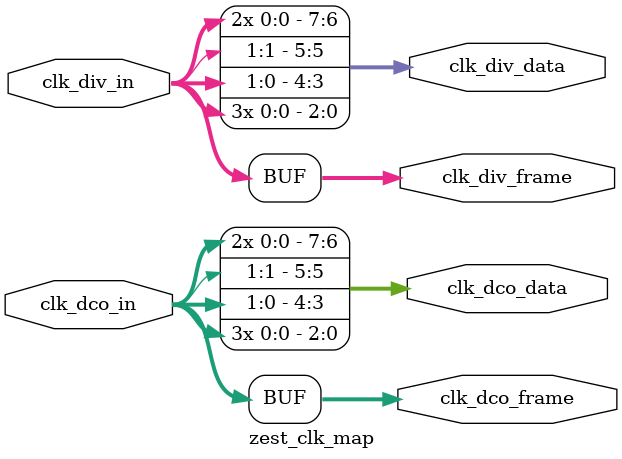
<source format=v>
module zest_clk_map #(
    parameter N_ADC=2,
    parameter N_CH=4*N_ADC
) (
    input  [N_ADC-1:0] clk_dco_in,
    input  [N_ADC-1:0] clk_div_in,
    output [N_ADC-1:0] clk_dco_frame,
    output [N_ADC-1:0] clk_div_frame,
    output [N_CH-1:0] clk_dco_data,
    output [N_CH-1:0] clk_div_data
);
    assign clk_dco_data[0 ] = clk_dco_in[0];
    assign clk_dco_data[1 ] = clk_dco_in[0];
    assign clk_dco_data[2 ] = clk_dco_in[0];
    assign clk_dco_data[3 ] = clk_dco_in[0];
    assign clk_dco_data[4 ] = clk_dco_in[1];
    assign clk_dco_data[5 ] = clk_dco_in[1];
    assign clk_dco_data[6 ] = clk_dco_in[0]; // not 1
    assign clk_dco_data[7 ] = clk_dco_in[0]; // not 1


    assign clk_div_data[0 ] = clk_div_in[0];
    assign clk_div_data[1 ] = clk_div_in[0];
    assign clk_div_data[2 ] = clk_div_in[0];
    assign clk_div_data[3 ] = clk_div_in[0];
    assign clk_div_data[4 ] = clk_div_in[1];
    assign clk_div_data[5 ] = clk_div_in[1];
    assign clk_div_data[6 ] = clk_div_in[0]; // not 1
    assign clk_div_data[7 ] = clk_div_in[0]; // not 1

    assign clk_dco_frame[0] = clk_dco_in[0];
    assign clk_dco_frame[1] = clk_dco_in[1];

    assign clk_div_frame[0] = clk_div_in[0];
    assign clk_div_frame[1] = clk_div_in[1];

endmodule

</source>
